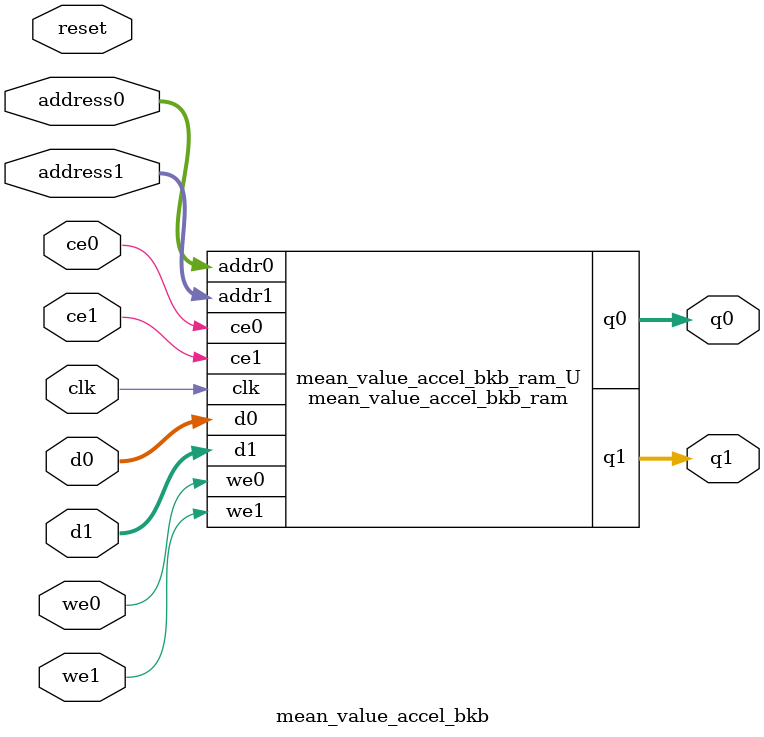
<source format=v>

`timescale 1 ns / 1 ps
module mean_value_accel_bkb_ram (addr0, ce0, d0, we0, q0, addr1, ce1, d1, we1, q1,  clk);

parameter DWIDTH = 32;
parameter AWIDTH = 11;
parameter MEM_SIZE = 2048;

input[AWIDTH-1:0] addr0;
input ce0;
input[DWIDTH-1:0] d0;
input we0;
output reg[DWIDTH-1:0] q0;
input[AWIDTH-1:0] addr1;
input ce1;
input[DWIDTH-1:0] d1;
input we1;
output reg[DWIDTH-1:0] q1;
input clk;

(* ram_style = "block" *)reg [DWIDTH-1:0] ram[0:MEM_SIZE-1];




always @(posedge clk)  
begin 
    if (ce0) 
    begin
        if (we0) 
        begin 
            ram[addr0] <= d0; 
            q0 <= d0;
        end 
        else 
            q0 <= ram[addr0];
    end
end


always @(posedge clk)  
begin 
    if (ce1) 
    begin
        if (we1) 
        begin 
            ram[addr1] <= d1; 
            q1 <= d1;
        end 
        else 
            q1 <= ram[addr1];
    end
end


endmodule


`timescale 1 ns / 1 ps
module mean_value_accel_bkb(
    reset,
    clk,
    address0,
    ce0,
    we0,
    d0,
    q0,
    address1,
    ce1,
    we1,
    d1,
    q1);

parameter DataWidth = 32'd32;
parameter AddressRange = 32'd2048;
parameter AddressWidth = 32'd11;
input reset;
input clk;
input[AddressWidth - 1:0] address0;
input ce0;
input we0;
input[DataWidth - 1:0] d0;
output[DataWidth - 1:0] q0;
input[AddressWidth - 1:0] address1;
input ce1;
input we1;
input[DataWidth - 1:0] d1;
output[DataWidth - 1:0] q1;



mean_value_accel_bkb_ram mean_value_accel_bkb_ram_U(
    .clk( clk ),
    .addr0( address0 ),
    .ce0( ce0 ),
    .d0( d0 ),
    .we0( we0 ),
    .q0( q0 ),
    .addr1( address1 ),
    .ce1( ce1 ),
    .d1( d1 ),
    .we1( we1 ),
    .q1( q1 ));

endmodule


</source>
